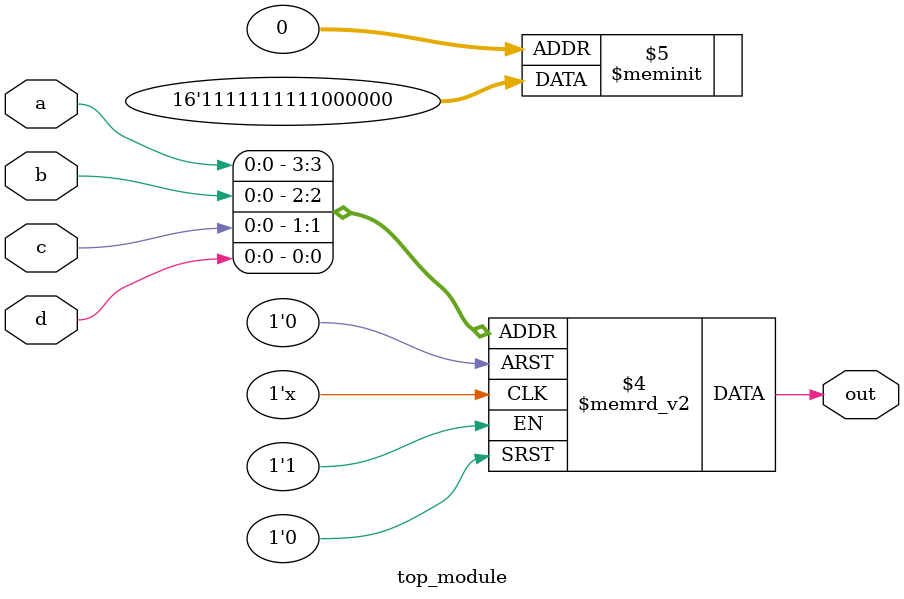
<source format=sv>
module top_module (
	input a, 
	input b,
	input c,
	input d,
	output reg out
);

	always @(*) begin
		case ({a, b, c, d})
			4'b0000: out = 1'b0;
			4'b0001: out = 1'b0;
			4'b0010: out = 1'b0;
			4'b0011: out = 1'b0;
			4'b0100: out = 1'b0;
			4'b0101: out = 1'b0;
			4'b0110: out = 1'b1;
			4'b0111: out = 1'b1;
			4'b1000: out = 1'b1;
			4'b1001: out = 1'b1;
			4'b1010: out = 1'b1;
			4'b1011: out = 1'b1;
			4'b1100: out = 1'b1;
			4'b1101: out = 1'b1;
			4'b1110: out = 1'b1;
			4'b1111: out = 1'b1;
			default: out = 1'b0;
		endcase
	end

endmodule

</source>
